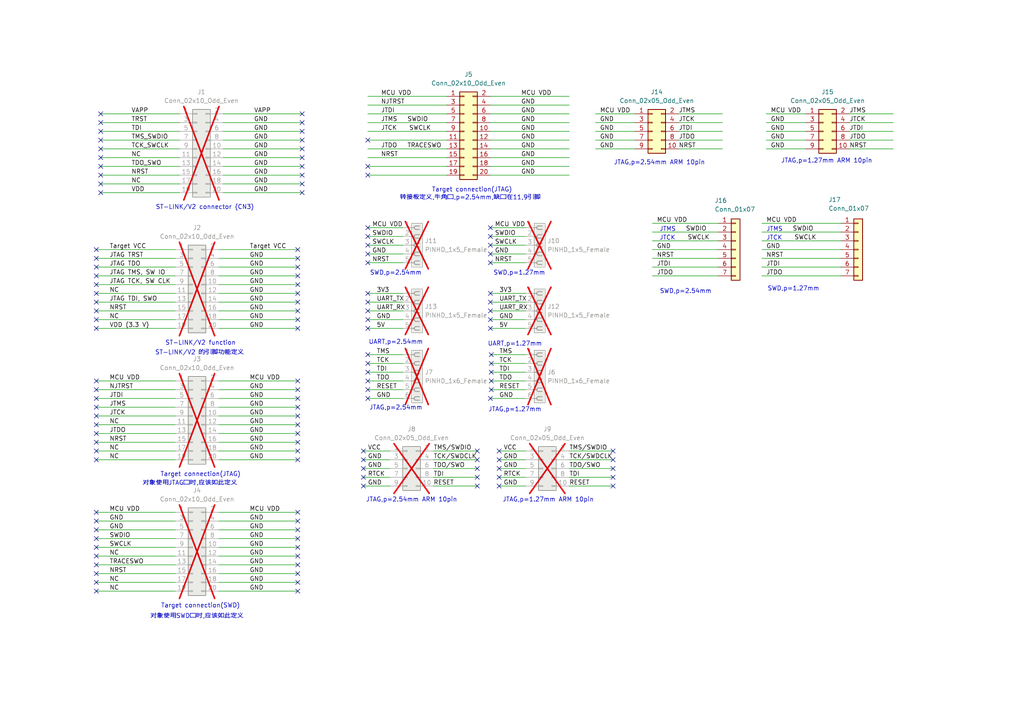
<source format=kicad_sch>
(kicad_sch (version 20250114) (generator "eeschema") (generator_version "9.0")
  (paper "A4")
  (lib_symbols
    (symbol "Connector_Generic:Conn_01x07" (pin_names (offset 1.016) (hide yes))
      (property "Reference" "J" (at 0 10.16 0))
      (property "Value" "Conn_01x07" (at 0 -10.16 0))
      (symbol "Conn_01x07_1_1"
        (rectangle (start -1.27 8.89) (end 1.27 -8.89) (stroke (width 0.254)) (fill (type background)))
        (rectangle (start -1.27 7.747) (end 0 7.493) (stroke (width 0.1524)))
        (rectangle (start -1.27 5.207) (end 0 4.953) (stroke (width 0.1524)))
        (rectangle (start -1.27 2.667) (end 0 2.413) (stroke (width 0.1524)))
        (rectangle (start -1.27 0.127) (end 0 -0.127) (stroke (width 0.1524)))
        (rectangle (start -1.27 -2.413) (end 0 -2.667) (stroke (width 0.1524)))
        (rectangle (start -1.27 -4.953) (end 0 -5.207) (stroke (width 0.1524)))
        (rectangle (start -1.27 -7.493) (end 0 -7.747) (stroke (width 0.1524)))
        (pin passive line (at -5.08 7.62 0) (length 3.81) (name "Pin_1") (number "1"))
        (pin passive line (at -5.08 5.08 0) (length 3.81) (name "Pin_2") (number "2"))
        (pin passive line (at -5.08 2.54 0) (length 3.81) (name "Pin_3") (number "3"))
        (pin passive line (at -5.08 0 0) (length 3.81) (name "Pin_4") (number "4"))
        (pin passive line (at -5.08 -2.54 0) (length 3.81) (name "Pin_5") (number "5"))
        (pin passive line (at -5.08 -5.08 0) (length 3.81) (name "Pin_6") (number "6"))
        (pin passive line (at -5.08 -7.62 0) (length 3.81) (name "Pin_7") (number "7"))
      )
    )
    (symbol "Connector_Generic:Conn_02x05_Odd_Even" (pin_names (offset 1.016) (hide yes))
      (property "Reference" "J" (at 1.27 7.62 0))
      (property "Value" "Conn_02x05_Odd_Even" (at 1.27 -7.62 0))
      (symbol "Conn_02x05_Odd_Even_1_1"
        (rectangle (start -1.27 6.35) (end 3.81 -6.35) (stroke (width 0.254)) (fill (type background)))
        (rectangle (start -1.27 5.207) (end 0 4.953) (stroke (width 0.1524)))
        (rectangle (start -1.27 2.667) (end 0 2.413) (stroke (width 0.1524)))
        (rectangle (start -1.27 0.127) (end 0 -0.127) (stroke (width 0.1524)))
        (rectangle (start -1.27 -2.413) (end 0 -2.667) (stroke (width 0.1524)))
        (rectangle (start -1.27 -4.953) (end 0 -5.207) (stroke (width 0.1524)))
        (rectangle (start 3.81 5.207) (end 2.54 4.953) (stroke (width 0.1524)))
        (rectangle (start 3.81 2.667) (end 2.54 2.413) (stroke (width 0.1524)))
        (rectangle (start 3.81 0.127) (end 2.54 -0.127) (stroke (width 0.1524)))
        (rectangle (start 3.81 -2.413) (end 2.54 -2.667) (stroke (width 0.1524)))
        (rectangle (start 3.81 -4.953) (end 2.54 -5.207) (stroke (width 0.1524)))
        (pin passive line (at -5.08 5.08 0) (length 3.81) (name "Pin_1") (number "1"))
        (pin passive line (at -5.08 2.54 0) (length 3.81) (name "Pin_3") (number "3"))
        (pin passive line (at -5.08 0 0) (length 3.81) (name "Pin_5") (number "5"))
        (pin passive line (at -5.08 -2.54 0) (length 3.81) (name "Pin_7") (number "7"))
        (pin passive line (at -5.08 -5.08 0) (length 3.81) (name "Pin_9") (number "9"))
        (pin passive line (at 7.62 5.08 180) (length 3.81) (name "Pin_2") (number "2"))
        (pin passive line (at 7.62 2.54 180) (length 3.81) (name "Pin_4") (number "4"))
        (pin passive line (at 7.62 0 180) (length 3.81) (name "Pin_6") (number "6"))
        (pin passive line (at 7.62 -2.54 180) (length 3.81) (name "Pin_8") (number "8"))
        (pin passive line (at 7.62 -5.08 180) (length 3.81) (name "Pin_10") (number "10"))
      )
    )
    (symbol "Connector_Generic:Conn_02x10_Odd_Even" (pin_names (offset 1.016) (hide yes))
      (property "Reference" "J" (at 1.27 12.7 0))
      (property "Value" "Conn_02x10_Odd_Even" (at 1.27 -15.24 0))
      (symbol "Conn_02x10_Odd_Even_1_1"
        (rectangle (start -1.27 11.43) (end 3.81 -13.97) (stroke (width 0.254)) (fill (type background)))
        (rectangle (start -1.27 10.287) (end 0 10.033) (stroke (width 0.1524)))
        (rectangle (start -1.27 7.747) (end 0 7.493) (stroke (width 0.1524)))
        (rectangle (start -1.27 5.207) (end 0 4.953) (stroke (width 0.1524)))
        (rectangle (start -1.27 2.667) (end 0 2.413) (stroke (width 0.1524)))
        (rectangle (start -1.27 0.127) (end 0 -0.127) (stroke (width 0.1524)))
        (rectangle (start -1.27 -2.413) (end 0 -2.667) (stroke (width 0.1524)))
        (rectangle (start -1.27 -4.953) (end 0 -5.207) (stroke (width 0.1524)))
        (rectangle (start -1.27 -7.493) (end 0 -7.747) (stroke (width 0.1524)))
        (rectangle (start -1.27 -10.033) (end 0 -10.287) (stroke (width 0.1524)))
        (rectangle (start -1.27 -12.573) (end 0 -12.827) (stroke (width 0.1524)))
        (rectangle (start 3.81 10.287) (end 2.54 10.033) (stroke (width 0.1524)))
        (rectangle (start 3.81 7.747) (end 2.54 7.493) (stroke (width 0.1524)))
        (rectangle (start 3.81 5.207) (end 2.54 4.953) (stroke (width 0.1524)))
        (rectangle (start 3.81 2.667) (end 2.54 2.413) (stroke (width 0.1524)))
        (rectangle (start 3.81 0.127) (end 2.54 -0.127) (stroke (width 0.1524)))
        (rectangle (start 3.81 -2.413) (end 2.54 -2.667) (stroke (width 0.1524)))
        (rectangle (start 3.81 -4.953) (end 2.54 -5.207) (stroke (width 0.1524)))
        (rectangle (start 3.81 -7.493) (end 2.54 -7.747) (stroke (width 0.1524)))
        (rectangle (start 3.81 -10.033) (end 2.54 -10.287) (stroke (width 0.1524)))
        (rectangle (start 3.81 -12.573) (end 2.54 -12.827) (stroke (width 0.1524)))
        (pin passive line (at -5.08 10.16 0) (length 3.81) (name "Pin_1") (number "1"))
        (pin passive line (at -5.08 7.62 0) (length 3.81) (name "Pin_3") (number "3"))
        (pin passive line (at -5.08 5.08 0) (length 3.81) (name "Pin_5") (number "5"))
        (pin passive line (at -5.08 2.54 0) (length 3.81) (name "Pin_7") (number "7"))
        (pin passive line (at -5.08 0 0) (length 3.81) (name "Pin_9") (number "9"))
        (pin passive line (at -5.08 -2.54 0) (length 3.81) (name "Pin_11") (number "11"))
        (pin passive line (at -5.08 -5.08 0) (length 3.81) (name "Pin_13") (number "13"))
        (pin passive line (at -5.08 -7.62 0) (length 3.81) (name "Pin_15") (number "15"))
        (pin passive line (at -5.08 -10.16 0) (length 3.81) (name "Pin_17") (number "17"))
        (pin passive line (at -5.08 -12.7 0) (length 3.81) (name "Pin_19") (number "19"))
        (pin passive line (at 7.62 10.16 180) (length 3.81) (name "Pin_2") (number "2"))
        (pin passive line (at 7.62 7.62 180) (length 3.81) (name "Pin_4") (number "4"))
        (pin passive line (at 7.62 5.08 180) (length 3.81) (name "Pin_6") (number "6"))
        (pin passive line (at 7.62 2.54 180) (length 3.81) (name "Pin_8") (number "8"))
        (pin passive line (at 7.62 0 180) (length 3.81) (name "Pin_10") (number "10"))
        (pin passive line (at 7.62 -2.54 180) (length 3.81) (name "Pin_12") (number "12"))
        (pin passive line (at 7.62 -5.08 180) (length 3.81) (name "Pin_14") (number "14"))
        (pin passive line (at 7.62 -7.62 180) (length 3.81) (name "Pin_16") (number "16"))
        (pin passive line (at 7.62 -10.16 180) (length 3.81) (name "Pin_18") (number "18"))
        (pin passive line (at 7.62 -12.7 180) (length 3.81) (name "Pin_20") (number "20"))
      )
    )
    (symbol "PCM_SL_Pin_Headers:PINHD_1x5_Female"
      (property "Reference" "J" (at 0 11.43 0))
      (property "Value" "PINHD_1x5_Female" (at 0 8.89 0))
      (symbol "PINHD_1x5_Female_0_1"
        (rectangle (start -1.27 6.35) (end 1.905 -6.35) (fill (type background)))
        (polyline (pts (xy -1.27 5.08) (xy -0.508 5.08)) (stroke (width 0.25)))
        (polyline (pts (xy -1.27 2.54) (xy -0.508 2.54)) (stroke (width 0.25)))
        (polyline (pts (xy -1.27 0) (xy -0.508 0)) (stroke (width 0.25)))
        (polyline (pts (xy -1.27 -2.54) (xy -0.508 -2.54)) (stroke (width 0.25)))
        (polyline (pts (xy -1.27 -5.08) (xy -0.508 -5.08)) (stroke (width 0.25)))
        (polyline (pts (xy 0 5.588) (xy 1.016 5.588)) (stroke (width 0.25)))
        (arc (start -0.508 5.08) (mid -0.3592 5.4392) (end 0 5.588) (stroke (width 0.25)))
        (arc (start 0 4.572) (mid -0.3592 4.7208) (end -0.508 5.08) (stroke (width 0.25)))
        (polyline (pts (xy 0 4.572) (xy 1.016 4.572)) (stroke (width 0.25)))
        (polyline (pts (xy 0 3.048) (xy 1.016 3.048)) (stroke (width 0.25)))
        (arc (start -0.508 2.54) (mid -0.3592 2.8992) (end 0 3.048) (stroke (width 0.25)))
        (arc (start 0 2.032) (mid -0.3592 2.1808) (end -0.508 2.54) (stroke (width 0.25)))
        (polyline (pts (xy 0 2.032) (xy 1.016 2.032)) (stroke (width 0.25)))
        (polyline (pts (xy 0 0.508) (xy 1.016 0.508)) (stroke (width 0.25)))
        (arc (start -0.508 0) (mid -0.3592 0.3592) (end 0 0.508) (stroke (width 0.25)))
        (arc (start 0 -0.508) (mid -0.3592 -0.3592) (end -0.508 0) (stroke (width 0.25)))
        (polyline (pts (xy 0 -0.508) (xy 1.016 -0.508)) (stroke (width 0.25)))
        (polyline (pts (xy 0 -2.032) (xy 1.016 -2.032)) (stroke (width 0.25)))
        (arc (start -0.508 -2.54) (mid -0.3592 -2.1808) (end 0 -2.032) (stroke (width 0.25)))
        (arc (start 0 -3.048) (mid -0.3592 -2.8992) (end -0.508 -2.54) (stroke (width 0.25)))
        (polyline (pts (xy 0 -3.048) (xy 1.016 -3.048)) (stroke (width 0.25)))
        (polyline (pts (xy 0 -4.572) (xy 1.016 -4.572)) (stroke (width 0.25)))
        (arc (start -0.508 -5.08) (mid -0.3592 -4.7208) (end 0 -4.572) (stroke (width 0.25)))
        (arc (start 0 -5.588) (mid -0.3592 -5.4392) (end -0.508 -5.08) (stroke (width 0.25)))
        (polyline (pts (xy 0 -5.588) (xy 1.016 -5.588)) (stroke (width 0.25)))
      )
      (symbol "PINHD_1x5_Female_1_1"
        (pin passive line (at -3.81 5.08 0) (length 2.54) (name "") (number "1"))
        (pin passive line (at -3.81 2.54 0) (length 2.54) (name "") (number "2"))
        (pin passive line (at -3.81 0 0) (length 2.54) (name "") (number "3"))
        (pin passive line (at -3.81 -2.54 0) (length 2.54) (name "") (number "4"))
        (pin passive line (at -3.81 -5.08 0) (length 2.54) (name "") (number "5"))
      )
    )
    (symbol "PCM_SL_Pin_Headers:PINHD_1x6_Female"
      (property "Reference" "J" (at 0 12.7 0))
      (property "Value" "PINHD_1x6_Female" (at 0 10.16 0))
      (symbol "PINHD_1x6_Female_0_1"
        (rectangle (start -1.27 7.62) (end 1.905 -7.62) (fill (type background)))
        (polyline (pts (xy -1.27 6.35) (xy -0.508 6.35)) (stroke (width 0.25)))
        (polyline (pts (xy -1.27 3.81) (xy -0.508 3.81)) (stroke (width 0.25)))
        (polyline (pts (xy -1.27 1.27) (xy -0.508 1.27)) (stroke (width 0.25)))
        (polyline (pts (xy -1.27 -1.27) (xy -0.508 -1.27)) (stroke (width 0.25)))
        (polyline (pts (xy -1.27 -3.81) (xy -0.508 -3.81)) (stroke (width 0.25)))
        (polyline (pts (xy -1.27 -6.35) (xy -0.508 -6.35)) (stroke (width 0.25)))
        (polyline (pts (xy 0 6.858) (xy 1.016 6.858)) (stroke (width 0.25)))
        (arc (start -0.508 6.35) (mid -0.3592 6.7092) (end 0 6.858) (stroke (width 0.25)))
        (arc (start 0 5.842) (mid -0.3592 5.9908) (end -0.508 6.35) (stroke (width 0.25)))
        (polyline (pts (xy 0 5.842) (xy 1.016 5.842)) (stroke (width 0.25)))
        (polyline (pts (xy 0 4.318) (xy 1.016 4.318)) (stroke (width 0.25)))
        (arc (start -0.508 3.81) (mid -0.3592 4.1692) (end 0 4.318) (stroke (width 0.25)))
        (arc (start 0 3.302) (mid -0.3592 3.4508) (end -0.508 3.81) (stroke (width 0.25)))
        (polyline (pts (xy 0 3.302) (xy 1.016 3.302)) (stroke (width 0.25)))
        (polyline (pts (xy 0 1.778) (xy 1.016 1.778)) (stroke (width 0.25)))
        (arc (start -0.508 1.27) (mid -0.3592 1.6292) (end 0 1.778) (stroke (width 0.25)))
        (arc (start 0 0.762) (mid -0.3592 0.9108) (end -0.508 1.27) (stroke (width 0.25)))
        (polyline (pts (xy 0 0.762) (xy 1.016 0.762)) (stroke (width 0.25)))
        (polyline (pts (xy 0 -0.762) (xy 1.016 -0.762)) (stroke (width 0.25)))
        (arc (start -0.508 -1.27) (mid -0.3592 -0.9108) (end 0 -0.762) (stroke (width 0.25)))
        (arc (start 0 -1.778) (mid -0.3592 -1.6292) (end -0.508 -1.27) (stroke (width 0.25)))
        (polyline (pts (xy 0 -1.778) (xy 1.016 -1.778)) (stroke (width 0.25)))
        (polyline (pts (xy 0 -3.302) (xy 1.016 -3.302)) (stroke (width 0.25)))
        (arc (start -0.508 -3.81) (mid -0.3592 -3.4508) (end 0 -3.302) (stroke (width 0.25)))
        (arc (start 0 -4.318) (mid -0.3592 -4.1692) (end -0.508 -3.81) (stroke (width 0.25)))
        (polyline (pts (xy 0 -4.318) (xy 1.016 -4.318)) (stroke (width 0.25)))
        (polyline (pts (xy 0 -5.842) (xy 1.016 -5.842)) (stroke (width 0.25)))
        (arc (start -0.508 -6.35) (mid -0.3592 -5.9908) (end 0 -5.842) (stroke (width 0.25)))
        (arc (start 0 -6.858) (mid -0.3592 -6.7092) (end -0.508 -6.35) (stroke (width 0.25)))
        (polyline (pts (xy 0 -6.858) (xy 1.016 -6.858)) (stroke (width 0.25)))
      )
      (symbol "PINHD_1x6_Female_1_1"
        (pin passive line (at -3.81 6.35 0) (length 2.54) (name "") (number "1"))
        (pin passive line (at -3.81 3.81 0) (length 2.54) (name "") (number "2"))
        (pin passive line (at -3.81 1.27 0) (length 2.54) (name "") (number "3"))
        (pin passive line (at -3.81 -1.27 0) (length 2.54) (name "") (number "4"))
        (pin passive line (at -3.81 -3.81 0) (length 2.54) (name "") (number "5"))
        (pin passive line (at -3.81 -6.35 0) (length 2.54) (name "") (number "6"))
      )
    )
  )
  (text "SWD,p=2.54mm" (at 198.882 84.582 0) (effects (font (size 1.27 1.27))))
  (text "UART,p=2.54mm" (at 114.808 99.314 0) (effects (font (size 1.27 1.27))))
  (text "Target connection(JTAG)" (at 58.166 137.668 0) (effects (font (size 1.27 1.27))))
  (text "Target connection(JTAG)" (at 136.906 55.118 0) (effects (font (size 1.27 1.27))))
  (text "JTCK" (at 222.25 69.85 0) (effects (font (size 1.27 1.27)) (justify left bottom)))
  (text "JTAG,p=1.27mm ARM 10pin" (at 159.004 145.034 0) (effects (font (size 1.27 1.27))))
  (text "ST-LINK/V2 function" (at 58.166 99.568 0) (effects (font (size 1.27 1.27))))
  (text "转接板定义,牛角口,p=2.54mm,缺口在11,9引脚" (at 136.398 57.404 0) (effects (font (size 1.27 1.27))))
  (text "SWD,p=2.54mm" (at 114.808 79.248 0) (effects (font (size 1.27 1.27))))
  (text "JTAG,p=2.54mm ARM 10pin" (at 119.38 145.034 0) (effects (font (size 1.27 1.27))))
  (text "UART,p=1.27mm" (at 149.352 99.822 0) (effects (font (size 1.27 1.27))))
  (text "JTAG,p=2.54mm" (at 114.808 118.364 0) (effects (font (size 1.27 1.27))))
  (text "JTMS" (at 191.262 67.31 0) (effects (font (size 1.27 1.27)) (justify left bottom)))
  (text "JTAG,p=1.27mm ARM 10pin" (at 239.776 46.736 0) (effects (font (size 1.27 1.27))))
  (text "JTAG,p=1.27mm" (at 149.352 118.872 0) (effects (font (size 1.27 1.27))))
  (text "Target connection(SWD)" (at 58.166 175.768 0) (effects (font (size 1.27 1.27))))
  (text "对象使用JTAG口时,应该如此定义\n" (at 55.118 140.208 0) (effects (font (size 1.27 1.27))))
  (text "SWD,p=1.27mm" (at 150.622 79.248 0) (effects (font (size 1.27 1.27))))
  (text "JTCK" (at 191.262 69.85 0) (effects (font (size 1.27 1.27)) (justify left bottom)))
  (text "ST-LINK/V2 的引脚功能定义\n" (at 57.912 102.362 0) (effects (font (size 1.27 1.27))))
  (text "JTMS" (at 222.25 67.31 0) (effects (font (size 1.27 1.27)) (justify left bottom)))
  (text "JTAG,p=2.54mm ARM 10pin" (at 191.262 47.244 0) (effects (font (size 1.27 1.27))))
  (text "ST-LINK/V2 connector (CN3)" (at 59.436 60.198 0) (effects (font (size 1.27 1.27))))
  (text "SWD,p=1.27mm" (at 230.124 83.82 0) (effects (font (size 1.27 1.27))))
  (text "对象使用SWD口时,应该如此定义\n" (at 57.15 178.816 0) (effects (font (size 1.27 1.27))))
  (no_connect (at 29.21 53.34))
  (no_connect (at 27.94 115.57))
  (no_connect (at 27.94 130.81))
  (no_connect (at 87.63 48.26))
  (no_connect (at 29.21 43.18))
  (no_connect (at 86.36 113.03))
  (no_connect (at 142.24 95.25))
  (no_connect (at 86.36 82.55))
  (no_connect (at 144.78 130.81))
  (no_connect (at 106.68 105.41))
  (no_connect (at 29.21 55.88))
  (no_connect (at 86.36 72.39))
  (no_connect (at 142.24 115.57))
  (no_connect (at 27.94 163.83))
  (no_connect (at 86.36 118.11))
  (no_connect (at 142.24 92.71))
  (no_connect (at 29.21 48.26))
  (no_connect (at 106.68 90.17))
  (no_connect (at 86.36 161.29))
  (no_connect (at 86.36 77.47))
  (no_connect (at 27.94 171.45))
  (no_connect (at 27.94 118.11))
  (no_connect (at 87.63 50.8))
  (no_connect (at 138.43 138.43))
  (no_connect (at 86.36 74.93))
  (no_connect (at 86.36 151.13))
  (no_connect (at 27.94 166.37))
  (no_connect (at 105.41 140.97))
  (no_connect (at 144.78 133.35))
  (no_connect (at 86.36 87.63))
  (no_connect (at 86.36 166.37))
  (no_connect (at 106.68 102.87))
  (no_connect (at 29.21 35.56))
  (no_connect (at 86.36 130.81))
  (no_connect (at 87.63 53.34))
  (no_connect (at 27.94 82.55))
  (no_connect (at 27.94 125.73))
  (no_connect (at 144.78 135.89))
  (no_connect (at 144.78 140.97))
  (no_connect (at 86.36 92.71))
  (no_connect (at 105.41 130.81))
  (no_connect (at 106.68 95.25))
  (no_connect (at 142.24 90.17))
  (no_connect (at 142.24 87.63))
  (no_connect (at 87.63 38.1))
  (no_connect (at 86.36 148.59))
  (no_connect (at 105.41 135.89))
  (no_connect (at 106.68 71.12))
  (no_connect (at 142.24 85.09))
  (no_connect (at 177.8 133.35))
  (no_connect (at 142.494 107.95))
  (no_connect (at 106.68 92.71))
  (no_connect (at 142.494 110.49))
  (no_connect (at 106.68 110.49))
  (no_connect (at 27.94 120.65))
  (no_connect (at 106.68 76.2))
  (no_connect (at 86.36 125.73))
  (no_connect (at 138.43 135.89))
  (no_connect (at 29.21 45.72))
  (no_connect (at 105.41 138.43))
  (no_connect (at 142.494 113.03))
  (no_connect (at 27.94 95.25))
  (no_connect (at 27.94 151.13))
  (no_connect (at 142.24 66.04))
  (no_connect (at 86.36 110.49))
  (no_connect (at 86.36 123.19))
  (no_connect (at 86.36 156.21))
  (no_connect (at 87.63 35.56))
  (no_connect (at 86.36 85.09))
  (no_connect (at 27.94 133.35))
  (no_connect (at 27.94 77.47))
  (no_connect (at 142.24 73.66))
  (no_connect (at 177.8 130.81))
  (no_connect (at 177.8 135.89))
  (no_connect (at 106.68 113.03))
  (no_connect (at 106.68 107.95))
  (no_connect (at 138.43 133.35))
  (no_connect (at 27.94 72.39))
  (no_connect (at 105.41 133.35))
  (no_connect (at 29.21 33.02))
  (no_connect (at 27.94 148.59))
  (no_connect (at 142.494 105.41))
  (no_connect (at 86.36 120.65))
  (no_connect (at 27.94 74.93))
  (no_connect (at 86.36 171.45))
  (no_connect (at 106.68 50.8))
  (no_connect (at 87.63 43.18))
  (no_connect (at 142.24 76.2))
  (no_connect (at 27.94 123.19))
  (no_connect (at 106.68 40.64))
  (no_connect (at 86.36 168.91))
  (no_connect (at 142.24 68.58))
  (no_connect (at 106.68 68.58))
  (no_connect (at 86.36 163.83))
  (no_connect (at 27.94 158.75))
  (no_connect (at 29.21 40.64))
  (no_connect (at 27.94 113.03))
  (no_connect (at 142.24 71.12))
  (no_connect (at 138.43 130.81))
  (no_connect (at 27.94 153.67))
  (no_connect (at 27.94 110.49))
  (no_connect (at 27.94 87.63))
  (no_connect (at 138.43 140.97))
  (no_connect (at 86.36 128.27))
  (no_connect (at 106.68 115.57))
  (no_connect (at 177.8 138.43))
  (no_connect (at 106.68 73.66))
  (no_connect (at 27.94 92.71))
  (no_connect (at 87.63 45.72))
  (no_connect (at 87.63 40.64))
  (no_connect (at 87.63 55.88))
  (no_connect (at 27.94 90.17))
  (no_connect (at 177.8 140.97))
  (no_connect (at 106.68 87.63))
  (no_connect (at 27.94 80.01))
  (no_connect (at 106.68 66.04))
  (no_connect (at 86.36 115.57))
  (no_connect (at 86.36 158.75))
  (no_connect (at 27.94 168.91))
  (no_connect (at 86.36 80.01))
  (no_connect (at 87.63 33.02))
  (no_connect (at 27.94 85.09))
  (no_connect (at 86.36 95.25))
  (no_connect (at 142.494 102.87))
  (no_connect (at 86.36 90.17))
  (no_connect (at 27.94 156.21))
  (no_connect (at 29.21 50.8))
  (no_connect (at 144.78 138.43))
  (no_connect (at 27.94 128.27))
  (no_connect (at 86.36 133.35))
  (no_connect (at 86.36 153.67))
  (no_connect (at 106.68 48.26))
  (no_connect (at 29.21 38.1))
  (no_connect (at 27.94 161.29))
  (no_connect (at 106.68 85.09))
  (wire (pts (xy 189.23 72.39) (xy 208.28 72.39)))
  (wire (pts (xy 106.68 107.95) (xy 116.84 107.95)))
  (wire (pts (xy 246.38 43.18) (xy 259.08 43.18)))
  (wire (pts (xy 144.78 138.43) (xy 152.4 138.43)))
  (wire (pts (xy 246.38 33.02) (xy 259.08 33.02)))
  (wire (pts (xy 142.24 95.25) (xy 152.4 95.25)))
  (wire (pts (xy 105.41 130.81) (xy 113.03 130.81)))
  (wire (pts (xy 189.23 74.93) (xy 208.28 74.93)))
  (wire (pts (xy 142.24 66.04) (xy 152.4 66.04)))
  (wire (pts (xy 64.77 35.56) (xy 87.63 35.56)))
  (wire (pts (xy 189.23 80.01) (xy 208.28 80.01)))
  (wire (pts (xy 105.41 140.97) (xy 113.03 140.97)))
  (wire (pts (xy 196.85 40.64) (xy 209.55 40.64)))
  (wire (pts (xy 106.68 40.64) (xy 129.54 40.64)))
  (wire (pts (xy 106.68 87.63) (xy 116.84 87.63)))
  (wire (pts (xy 63.5 161.29) (xy 86.36 161.29)))
  (wire (pts (xy 165.1 130.81) (xy 177.8 130.81)))
  (wire (pts (xy 27.94 77.47) (xy 50.8 77.47)))
  (wire (pts (xy 63.5 77.47) (xy 86.36 77.47)))
  (wire (pts (xy 196.85 35.56) (xy 209.55 35.56)))
  (wire (pts (xy 27.94 72.39) (xy 50.8 72.39)))
  (wire (pts (xy 142.24 76.2) (xy 152.4 76.2)))
  (wire (pts (xy 63.5 120.65) (xy 86.36 120.65)))
  (wire (pts (xy 142.24 115.57) (xy 152.4 115.57)))
  (wire (pts (xy 172.72 40.64) (xy 184.15 40.64)))
  (wire (pts (xy 144.78 135.89) (xy 152.4 135.89)))
  (wire (pts (xy 27.94 82.55) (xy 50.8 82.55)))
  (wire (pts (xy 196.85 43.18) (xy 209.55 43.18)))
  (wire (pts (xy 106.68 68.58) (xy 116.84 68.58)))
  (wire (pts (xy 64.77 50.8) (xy 87.63 50.8)))
  (wire (pts (xy 142.24 38.1) (xy 165.1 38.1)))
  (wire (pts (xy 105.41 135.89) (xy 113.03 135.89)))
  (wire (pts (xy 63.5 80.01) (xy 86.36 80.01)))
  (wire (pts (xy 63.5 151.13) (xy 86.36 151.13)))
  (wire (pts (xy 63.5 156.21) (xy 86.36 156.21)))
  (wire (pts (xy 222.25 35.56) (xy 233.68 35.56)))
  (wire (pts (xy 27.94 158.75) (xy 50.8 158.75)))
  (wire (pts (xy 142.24 113.03) (xy 152.4 113.03)))
  (wire (pts (xy 27.94 113.03) (xy 50.8 113.03)))
  (wire (pts (xy 142.24 27.94) (xy 165.1 27.94)))
  (wire (pts (xy 220.98 80.01) (xy 243.84 80.01)))
  (wire (pts (xy 142.24 43.18) (xy 165.1 43.18)))
  (wire (pts (xy 106.68 95.25) (xy 116.84 95.25)))
  (wire (pts (xy 144.78 140.97) (xy 152.4 140.97)))
  (wire (pts (xy 64.77 40.64) (xy 87.63 40.64)))
  (wire (pts (xy 142.24 45.72) (xy 165.1 45.72)))
  (wire (pts (xy 63.5 82.55) (xy 86.36 82.55)))
  (wire (pts (xy 27.94 163.83) (xy 50.8 163.83)))
  (wire (pts (xy 64.77 43.18) (xy 87.63 43.18)))
  (wire (pts (xy 125.73 133.35) (xy 138.43 133.35)))
  (wire (pts (xy 63.5 113.03) (xy 86.36 113.03)))
  (wire (pts (xy 165.1 138.43) (xy 177.8 138.43)))
  (wire (pts (xy 64.77 53.34) (xy 87.63 53.34)))
  (wire (pts (xy 29.21 55.88) (xy 52.07 55.88)))
  (wire (pts (xy 106.68 33.02) (xy 129.54 33.02)))
  (wire (pts (xy 63.5 133.35) (xy 86.36 133.35)))
  (wire (pts (xy 105.41 133.35) (xy 113.03 133.35)))
  (wire (pts (xy 172.72 33.02) (xy 184.15 33.02)))
  (wire (pts (xy 106.68 92.71) (xy 116.84 92.71)))
  (wire (pts (xy 142.24 73.66) (xy 152.4 73.66)))
  (wire (pts (xy 220.98 77.47) (xy 243.84 77.47)))
  (wire (pts (xy 222.25 43.18) (xy 233.68 43.18)))
  (wire (pts (xy 63.5 118.11) (xy 86.36 118.11)))
  (wire (pts (xy 142.24 110.49) (xy 152.4 110.49)))
  (wire (pts (xy 106.68 113.03) (xy 116.84 113.03)))
  (wire (pts (xy 172.72 38.1) (xy 184.15 38.1)))
  (wire (pts (xy 165.1 140.97) (xy 177.8 140.97)))
  (wire (pts (xy 27.94 110.49) (xy 50.8 110.49)))
  (wire (pts (xy 220.98 69.85) (xy 243.84 69.85)))
  (wire (pts (xy 125.73 140.97) (xy 138.43 140.97)))
  (wire (pts (xy 29.21 50.8) (xy 52.07 50.8)))
  (wire (pts (xy 144.78 130.81) (xy 152.4 130.81)))
  (wire (pts (xy 142.24 48.26) (xy 165.1 48.26)))
  (wire (pts (xy 64.77 38.1) (xy 87.63 38.1)))
  (wire (pts (xy 125.73 138.43) (xy 138.43 138.43)))
  (wire (pts (xy 106.68 27.94) (xy 129.54 27.94)))
  (wire (pts (xy 106.68 48.26) (xy 129.54 48.26)))
  (wire (pts (xy 189.23 64.77) (xy 208.28 64.77)))
  (wire (pts (xy 63.5 168.91) (xy 86.36 168.91)))
  (wire (pts (xy 63.5 128.27) (xy 86.36 128.27)))
  (wire (pts (xy 220.98 67.31) (xy 243.84 67.31)))
  (wire (pts (xy 106.68 45.72) (xy 129.54 45.72)))
  (wire (pts (xy 220.98 72.39) (xy 243.84 72.39)))
  (wire (pts (xy 27.94 87.63) (xy 50.8 87.63)))
  (wire (pts (xy 106.68 43.18) (xy 129.54 43.18)))
  (wire (pts (xy 106.68 73.66) (xy 116.84 73.66)))
  (wire (pts (xy 125.73 135.89) (xy 138.43 135.89)))
  (wire (pts (xy 27.94 90.17) (xy 50.8 90.17)))
  (wire (pts (xy 246.38 40.64) (xy 259.08 40.64)))
  (wire (pts (xy 27.94 92.71) (xy 50.8 92.71)))
  (wire (pts (xy 246.38 38.1) (xy 259.08 38.1)))
  (wire (pts (xy 125.73 130.81) (xy 138.43 130.81)))
  (wire (pts (xy 222.25 33.02) (xy 233.68 33.02)))
  (wire (pts (xy 27.94 153.67) (xy 50.8 153.67)))
  (wire (pts (xy 106.68 115.57) (xy 116.84 115.57)))
  (wire (pts (xy 29.21 40.64) (xy 52.07 40.64)))
  (wire (pts (xy 63.5 171.45) (xy 86.36 171.45)))
  (wire (pts (xy 27.94 151.13) (xy 50.8 151.13)))
  (wire (pts (xy 63.5 90.17) (xy 86.36 90.17)))
  (wire (pts (xy 63.5 74.93) (xy 86.36 74.93)))
  (wire (pts (xy 29.21 48.26) (xy 52.07 48.26)))
  (wire (pts (xy 142.24 85.09) (xy 152.4 85.09)))
  (wire (pts (xy 106.68 71.12) (xy 116.84 71.12)))
  (wire (pts (xy 106.68 105.41) (xy 116.84 105.41)))
  (wire (pts (xy 106.68 102.87) (xy 116.84 102.87)))
  (wire (pts (xy 63.5 158.75) (xy 86.36 158.75)))
  (wire (pts (xy 142.24 40.64) (xy 165.1 40.64)))
  (wire (pts (xy 142.24 68.58) (xy 152.4 68.58)))
  (wire (pts (xy 27.94 123.19) (xy 50.8 123.19)))
  (wire (pts (xy 29.21 35.56) (xy 52.07 35.56)))
  (wire (pts (xy 189.23 69.85) (xy 208.28 69.85)))
  (wire (pts (xy 189.23 77.47) (xy 208.28 77.47)))
  (wire (pts (xy 142.24 107.95) (xy 152.4 107.95)))
  (wire (pts (xy 142.24 50.8) (xy 165.1 50.8)))
  (wire (pts (xy 27.94 171.45) (xy 50.8 171.45)))
  (wire (pts (xy 29.21 43.18) (xy 52.07 43.18)))
  (wire (pts (xy 222.25 38.1) (xy 233.68 38.1)))
  (wire (pts (xy 27.94 125.73) (xy 50.8 125.73)))
  (wire (pts (xy 142.24 92.71) (xy 152.4 92.71)))
  (wire (pts (xy 63.5 87.63) (xy 86.36 87.63)))
  (wire (pts (xy 142.24 30.48) (xy 165.1 30.48)))
  (wire (pts (xy 196.85 38.1) (xy 209.55 38.1)))
  (wire (pts (xy 172.72 43.18) (xy 184.15 43.18)))
  (wire (pts (xy 106.68 76.2) (xy 116.84 76.2)))
  (wire (pts (xy 64.77 33.02) (xy 87.63 33.02)))
  (wire (pts (xy 63.5 163.83) (xy 86.36 163.83)))
  (wire (pts (xy 63.5 166.37) (xy 86.36 166.37)))
  (wire (pts (xy 106.68 66.04) (xy 116.84 66.04)))
  (wire (pts (xy 27.94 168.91) (xy 50.8 168.91)))
  (wire (pts (xy 144.78 133.35) (xy 152.4 133.35)))
  (wire (pts (xy 220.98 64.77) (xy 243.84 64.77)))
  (wire (pts (xy 106.68 90.17) (xy 116.84 90.17)))
  (wire (pts (xy 64.77 45.72) (xy 87.63 45.72)))
  (wire (pts (xy 220.98 74.93) (xy 243.84 74.93)))
  (wire (pts (xy 27.94 120.65) (xy 50.8 120.65)))
  (wire (pts (xy 63.5 85.09) (xy 86.36 85.09)))
  (wire (pts (xy 142.24 90.17) (xy 152.4 90.17)))
  (wire (pts (xy 63.5 130.81) (xy 86.36 130.81)))
  (wire (pts (xy 106.68 110.49) (xy 116.84 110.49)))
  (wire (pts (xy 106.68 50.8) (xy 129.54 50.8)))
  (wire (pts (xy 189.23 67.31) (xy 208.28 67.31)))
  (wire (pts (xy 106.68 38.1) (xy 129.54 38.1)))
  (wire (pts (xy 64.77 48.26) (xy 87.63 48.26)))
  (wire (pts (xy 165.1 133.35) (xy 177.8 133.35)))
  (wire (pts (xy 63.5 95.25) (xy 86.36 95.25)))
  (wire (pts (xy 27.94 166.37) (xy 50.8 166.37)))
  (wire (pts (xy 196.85 33.02) (xy 209.55 33.02)))
  (wire (pts (xy 27.94 74.93) (xy 50.8 74.93)))
  (wire (pts (xy 172.72 35.56) (xy 184.15 35.56)))
  (wire (pts (xy 63.5 123.19) (xy 86.36 123.19)))
  (wire (pts (xy 27.94 85.09) (xy 50.8 85.09)))
  (wire (pts (xy 63.5 110.49) (xy 86.36 110.49)))
  (wire (pts (xy 27.94 148.59) (xy 50.8 148.59)))
  (wire (pts (xy 27.94 95.25) (xy 50.8 95.25)))
  (wire (pts (xy 142.24 102.87) (xy 152.4 102.87)))
  (wire (pts (xy 142.24 87.63) (xy 152.4 87.63)))
  (wire (pts (xy 63.5 148.59) (xy 86.36 148.59)))
  (wire (pts (xy 63.5 153.67) (xy 86.36 153.67)))
  (wire (pts (xy 27.94 118.11) (xy 50.8 118.11)))
  (wire (pts (xy 64.77 55.88) (xy 87.63 55.88)))
  (wire (pts (xy 106.68 35.56) (xy 129.54 35.56)))
  (wire (pts (xy 165.1 135.89) (xy 177.8 135.89)))
  (wire (pts (xy 29.21 33.02) (xy 52.07 33.02)))
  (wire (pts (xy 246.38 35.56) (xy 259.08 35.56)))
  (wire (pts (xy 29.21 53.34) (xy 52.07 53.34)))
  (wire (pts (xy 142.24 35.56) (xy 165.1 35.56)))
  (wire (pts (xy 27.94 130.81) (xy 50.8 130.81)))
  (wire (pts (xy 222.25 40.64) (xy 233.68 40.64)))
  (wire (pts (xy 106.68 30.48) (xy 129.54 30.48)))
  (wire (pts (xy 63.5 115.57) (xy 86.36 115.57)))
  (wire (pts (xy 27.94 156.21) (xy 50.8 156.21)))
  (wire (pts (xy 142.24 71.12) (xy 152.4 71.12)))
  (wire (pts (xy 27.94 115.57) (xy 50.8 115.57)))
  (wire (pts (xy 63.5 92.71) (xy 86.36 92.71)))
  (wire (pts (xy 27.94 128.27) (xy 50.8 128.27)))
  (wire (pts (xy 105.41 138.43) (xy 113.03 138.43)))
  (wire (pts (xy 27.94 80.01) (xy 50.8 80.01)))
  (wire (pts (xy 63.5 125.73) (xy 86.36 125.73)))
  (wire (pts (xy 63.5 72.39) (xy 86.36 72.39)))
  (wire (pts (xy 106.68 85.09) (xy 116.84 85.09)))
  (wire (pts (xy 142.24 105.41) (xy 152.4 105.41)))
  (wire (pts (xy 142.24 33.02) (xy 165.1 33.02)))
  (wire (pts (xy 27.94 133.35) (xy 50.8 133.35)))
  (wire (pts (xy 29.21 38.1) (xy 52.07 38.1)))
  (wire (pts (xy 29.21 45.72) (xy 52.07 45.72)))
  (wire (pts (xy 27.94 161.29) (xy 50.8 161.29)))
  (label "GND" (at 72.39 113.03 0))
  (label "MCU VDD" (at 31.75 110.49 0))
  (label "UART_RX" (at 144.78 90.17 0))
  (label "TDO_SWO" (at 38.1 48.26 0))
  (label "JTDI" (at 246.38 38.1 0))
  (label "TCK" (at 109.22 105.41 0))
  (label "NC" (at 31.75 85.09 0))
  (label "TCK" (at 144.78 105.41 0))
  (label "MCU VDD" (at 151.13 27.94 0))
  (label "GND" (at 72.39 171.45 0))
  (label "JTDO" (at 196.85 40.64 0))
  (label "NJTRST" (at 31.75 113.03 0))
  (label "TCK_SWCLK" (at 38.1 43.18 0))
  (label "NC" (at 31.75 171.45 0))
  (label "TMS{slash}SWDIO" (at 125.73 130.81 0))
  (label "NRST" (at 107.95 76.2 0))
  (label "JTAG TDO" (at 31.75 77.47 0))
  (label "SWDIO" (at 31.75 156.21 0))
  (label "NRST" (at 110.49 45.72 0))
  (label "RESET" (at 125.73 140.97 0))
  (label "GND" (at 173.99 43.18 0))
  (label "MCU VDD" (at 173.99 33.02 0))
  (label "NRST" (at 143.51 76.2 0))
  (label "JTDI" (at 222.25 77.47 0))
  (label "SWCLK" (at 31.75 158.75 0))
  (label "SWCLK" (at 118.618 38.1 0))
  (label "VAPP" (at 38.1 33.02 0))
  (label "NC" (at 38.1 45.72 0))
  (label "GND" (at 106.68 135.89 0))
  (label "TDI" (at 125.73 138.43 0))
  (label "3V3" (at 144.78 85.09 0))
  (label "GND" (at 72.39 90.17 0))
  (label "GND" (at 151.13 35.56 0))
  (label "RESET" (at 165.1 140.97 0))
  (label "TCK{slash}SWDCLK" (at 125.73 133.35 0))
  (label "GND" (at 223.52 43.18 0))
  (label "JTDO" (at 222.25 80.01 0))
  (label "JTAG TDI, SWO" (at 31.75 87.63 0))
  (label "NRST" (at 196.85 43.18 0))
  (label "5V" (at 109.22 95.25 0))
  (label "NC" (at 31.75 133.35 0))
  (label "GND" (at 151.13 30.48 0))
  (label "NRST" (at 222.25 74.93 0))
  (label "GND" (at 173.99 40.64 0))
  (label "TDI" (at 109.22 107.95 0))
  (label "GND" (at 109.22 115.57 0))
  (label "TCK{slash}SWDCLK" (at 165.1 133.35 0))
  (label "SWDIO" (at 198.882 67.31 0))
  (label "GND" (at 151.13 33.02 0))
  (label "SWDIO" (at 229.87 67.31 0))
  (label "GND" (at 72.39 130.81 0))
  (label "GND" (at 72.39 95.25 0))
  (label "GND" (at 72.39 168.91 0))
  (label "GND" (at 72.39 115.57 0))
  (label "JTDI" (at 110.49 33.02 0))
  (label "GND" (at 73.66 43.18 0))
  (label "GND" (at 73.66 50.8 0))
  (label "GND" (at 31.75 153.67 0))
  (label "JTDI" (at 196.85 38.1 0))
  (label "Target VCC" (at 31.75 72.39 0))
  (label "GND" (at 72.39 125.73 0))
  (label "JTAG TMS, SW IO" (at 31.75 80.01 0))
  (label "SWCLK" (at 230.378 69.85 0))
  (label "NC" (at 31.75 92.71 0))
  (label "JTCK" (at 196.85 35.56 0))
  (label "JTDO" (at 31.75 125.73 0))
  (label "GND" (at 73.66 55.88 0))
  (label "RTCK" (at 106.68 138.43 0))
  (label "JTCK" (at 110.49 38.1 0))
  (label "TDO" (at 109.22 110.49 0))
  (label "GND" (at 190.5 72.39 0))
  (label "GND" (at 73.66 40.64 0))
  (label "JTDI" (at 31.75 115.57 0))
  (label "GND" (at 72.39 74.93 0))
  (label "NC" (at 38.1 53.34 0))
  (label "GND" (at 72.39 158.75 0))
  (label "GND" (at 151.13 38.1 0))
  (label "GND" (at 146.05 140.97 0))
  (label "GND" (at 151.13 45.72 0))
  (label "TDO{slash}SWO" (at 165.1 135.89 0))
  (label "TDO{slash}SWO" (at 125.73 135.89 0))
  (label "SWCLK" (at 107.95 71.12 0))
  (label "JTDO" (at 110.49 43.18 0))
  (label "MCU VDD" (at 72.39 148.59 0))
  (label "GND" (at 72.39 118.11 0))
  (label "MCU VDD" (at 223.52 33.02 0))
  (label "MCU VDD" (at 143.51 66.04 0))
  (label "JTMS" (at 31.75 118.11 0))
  (label "JTMS" (at 196.85 33.02 0))
  (label "SWDIO" (at 143.51 68.58 0))
  (label "GND" (at 223.52 40.64 0))
  (label "VCC" (at 146.05 130.81 0))
  (label "GND" (at 73.66 53.34 0))
  (label "JTDO" (at 246.38 40.64 0))
  (label "SWDIO" (at 107.95 68.58 0))
  (label "GND" (at 72.39 92.71 0))
  (label "NRST" (at 246.38 43.18 0))
  (label "SWCLK" (at 199.39 69.85 0))
  (label "Target VCC" (at 72.39 72.39 0))
  (label "RTCK" (at 146.05 138.43 0))
  (label "GND" (at 72.39 156.21 0))
  (label "TDI" (at 38.1 38.1 0))
  (label "NRST" (at 190.5 74.93 0))
  (label "GND" (at 146.05 135.89 0))
  (label "VDD" (at 38.1 55.88 0))
  (label "GND" (at 72.39 80.01 0))
  (label "JTCK" (at 246.38 35.56 0))
  (label "MCU VDD" (at 107.95 66.04 0))
  (label "GND" (at 173.99 38.1 0))
  (label "JTMS" (at 110.49 35.56 0))
  (label "JTCK" (at 31.75 120.65 0))
  (label "GND" (at 72.39 128.27 0))
  (label "TMS_SWDIO" (at 38.1 40.64 0))
  (label "NRST" (at 31.75 128.27 0))
  (label "NC" (at 31.75 130.81 0))
  (label "JTAG TCK, SW CLK" (at 31.75 82.55 0))
  (label "MCU VDD" (at 110.49 27.94 0))
  (label "GND" (at 72.39 82.55 0))
  (label "GND" (at 144.78 92.71 0))
  (label "RESET" (at 144.78 113.03 0))
  (label "GND" (at 72.39 163.83 0))
  (label "GND" (at 143.51 73.66 0))
  (label "GND" (at 73.66 38.1 0))
  (label "MCU VDD" (at 222.25 64.77 0))
  (label "TRACESWO" (at 118.11 43.18 0))
  (label "NJTRST" (at 110.49 30.48 0))
  (label "NRST" (at 38.1 50.8 0))
  (label "3V3" (at 109.22 85.09 0))
  (label "GND" (at 73.66 45.72 0))
  (label "VAPP" (at 73.66 33.02 0))
  (label "GND" (at 223.52 38.1 0))
  (label "GND" (at 222.25 72.39 0))
  (label "VCC" (at 106.68 130.81 0))
  (label "GND" (at 146.05 133.35 0))
  (label "GND" (at 151.13 50.8 0))
  (label "GND" (at 106.68 140.97 0))
  (label "GND" (at 72.39 166.37 0))
  (label "GND" (at 73.66 48.26 0))
  (label "UART_RX" (at 109.22 90.17 0))
  (label "VDD (3.3 V)" (at 31.75 95.25 0))
  (label "TDO" (at 144.78 110.49 0))
  (label "TMS" (at 109.22 102.87 0))
  (label "GND" (at 173.99 35.56 0))
  (label "JTMS" (at 246.38 33.02 0))
  (label "JTAG TRST" (at 31.75 74.93 0))
  (label "5V" (at 144.78 95.25 0))
  (label "GND" (at 73.66 35.56 0))
  (label "MCU VDD" (at 190.5 64.77 0))
  (label "GND" (at 72.39 151.13 0))
  (label "GND" (at 31.75 151.13 0))
  (label "GND" (at 72.39 77.47 0))
  (label "TRST" (at 38.1 35.56 0))
  (label "GND" (at 72.39 153.67 0))
  (label "GND" (at 72.39 123.19 0))
  (label "NC" (at 31.75 168.91 0))
  (label "NRST" (at 31.75 166.37 0))
  (label "TMS" (at 144.78 102.87 0))
  (label "TDI" (at 144.78 107.95 0))
  (label "GND" (at 151.13 43.18 0))
  (label "GND" (at 151.13 48.26 0))
  (label "TRACESWO" (at 31.75 163.83 0))
  (label "GND" (at 72.39 85.09 0))
  (label "MCU VDD" (at 31.75 148.59 0))
  (label "JTDI" (at 190.5 77.47 0))
  (label "GND" (at 144.78 115.57 0))
  (label "GND" (at 107.95 73.66 0))
  (label "UART_TX" (at 109.22 87.63 0))
  (label "GND" (at 72.39 120.65 0))
  (label "GND" (at 106.68 133.35 0))
  (label "NC" (at 31.75 123.19 0))
  (label "GND" (at 223.52 35.56 0))
  (label "JTDO" (at 190.5 80.01 0))
  (label "NC" (at 31.75 161.29 0))
  (label "GND" (at 151.13 40.64 0))
  (label "TDI" (at 165.1 138.43 0))
  (label "SWCLK" (at 143.51 71.12 0))
  (label "GND" (at 109.22 92.71 0))
  (label "UART_TX" (at 144.78 87.63 0))
  (label "GND" (at 72.39 161.29 0))
  (label "MCU VDD" (at 72.39 110.49 0))
  (label "GND" (at 72.39 133.35 0))
  (label "GND" (at 72.39 87.63 0))
  (label "TMS{slash}SWDIO" (at 165.1 130.81 0))
  (label "RESET" (at 109.22 113.03 0))
  (label "NRST" (at 31.75 90.17 0))
  (label "SWDIO" (at 118.11 35.56 0))
  (symbol (lib_id "Connector_Generic:Conn_02x10_Odd_Even") (at 55.88 82.55 0) (unit 1) (on_board no) (dnp yes)
    (property "Reference" "J2" (at 57.15 66.04 0))
    (property "Value" "Conn_02x10_Odd_Even" (at 57.15 68.58 0))
    (property "Description" "Generic connector, double row, 02x10, odd/even pin numbering scheme (row 1 odd numbers, row 2 even numbers), script generated (kicad-library-utils/schlib/autogen/connector/)" (effects (hide yes)))
  )
  (symbol (lib_id "Connector_Generic:Conn_02x10_Odd_Even") (at 55.88 158.75 0) (unit 1) (on_board no) (dnp yes)
    (property "Reference" "J4" (at 57.15 142.24 0))
    (property "Value" "Conn_02x10_Odd_Even" (at 57.15 144.78 0))
    (property "Description" "Generic connector, double row, 02x10, odd/even pin numbering scheme (row 1 odd numbers, row 2 even numbers), script generated (kicad-library-utils/schlib/autogen/connector/)" (effects (hide yes)))
  )
  (symbol (lib_id "PCM_SL_Pin_Headers:PINHD_1x6_Female") (at 156.21 109.22 0) (unit 1) (on_board no) (dnp yes)
    (property "Reference" "J6" (at 158.75 107.9499 0) (effects (justify left)))
    (property "Value" "PINHD_1x6_Female" (at 158.75 110.4899 0) (effects (justify left)))
    (property "Footprint" "Connector_PinSocket_2.54mm:PinSocket_1x06_P2.54mm_Vertical" (effects (hide yes)))
    (property "Description" "Pin Header female with pin space 2.54mm. Pin Count -6" (effects (hide yes)))
  )
  (symbol (lib_id "Connector_Generic:Conn_02x10_Odd_Even") (at 55.88 120.65 0) (unit 1) (on_board no) (dnp yes)
    (property "Reference" "J3" (at 57.15 104.14 0))
    (property "Value" "Conn_02x10_Odd_Even" (at 57.15 106.68 0))
    (property "Description" "Generic connector, double row, 02x10, odd/even pin numbering scheme (row 1 odd numbers, row 2 even numbers), script generated (kicad-library-utils/schlib/autogen/connector/)" (effects (hide yes)))
  )
  (symbol (lib_id "Connector_Generic:Conn_02x10_Odd_Even") (at 57.15 43.18 0) (unit 1) (on_board no) (dnp yes)
    (property "Reference" "J1" (at 58.42 26.67 0))
    (property "Value" "Conn_02x10_Odd_Even" (at 58.42 29.21 0))
    (property "Description" "Generic connector, double row, 02x10, odd/even pin numbering scheme (row 1 odd numbers, row 2 even numbers), script generated (kicad-library-utils/schlib/autogen/connector/)" (effects (hide yes)))
  )
  (symbol (lib_id "PCM_SL_Pin_Headers:PINHD_1x5_Female") (at 120.65 71.12 0) (unit 1) (on_board no) (dnp yes)
    (property "Reference" "J11" (at 123.19 69.8499 0) (effects (justify left)))
    (property "Value" "PINHD_1x5_Female" (at 123.19 72.3899 0) (effects (justify left)))
    (property "Footprint" "Connector_PinSocket_2.54mm:PinSocket_1x05_P2.54mm_Vertical" (effects (hide yes)))
    (property "Description" "Pin Header female with pin space 2.54mm. Pin Count -5" (effects (hide yes)))
  )
  (symbol (lib_id "Connector_Generic:Conn_02x05_Odd_Even") (at 118.11 135.89 0) (unit 1) (on_board no) (dnp yes)
    (property "Reference" "J8" (at 119.38 124.46 0))
    (property "Value" "Conn_02x05_Odd_Even" (at 119.38 127 0))
    (property "Description" "Generic connector, double row, 02x05, odd/even pin numbering scheme (row 1 odd numbers, row 2 even numbers), script generated (kicad-library-utils/schlib/autogen/connector/)" (effects (hide yes)))
  )
  (symbol (lib_id "Connector_Generic:Conn_01x07") (at 213.36 72.39 0) (unit 1)
    (property "Reference" "J16" (at 207.264 58.166 0) (effects (justify left)))
    (property "Value" "Conn_01x07" (at 207.264 60.706 0) (effects (justify left)))
    (property "Footprint" "Connector_PinSocket_2.54mm:PinSocket_1x07_P2.54mm_Vertical" (effects (hide yes)))
    (property "Description" "Generic connector, single row, 01x07, script generated (kicad-library-utils/schlib/autogen/connector/)" (effects (hide yes)))
  )
  (symbol (lib_id "PCM_SL_Pin_Headers:PINHD_1x5_Female") (at 156.21 71.12 0) (unit 1) (on_board no) (dnp yes)
    (property "Reference" "J10" (at 158.75 69.8499 0) (effects (justify left)))
    (property "Value" "PINHD_1x5_Female" (at 158.75 72.3899 0) (effects (justify left)))
    (property "Footprint" "Connector_PinHeader_1.27mm:PinHeader_1x05_P1.27mm_Vertical" (effects (hide yes)))
    (property "Description" "Pin Header female with pin space 2.54mm. Pin Count -5" (effects (hide yes)))
  )
  (symbol (lib_id "Connector_Generic:Conn_01x07") (at 248.92 72.39 0) (unit 1)
    (property "Reference" "J17" (at 240.284 57.912 0) (effects (justify left)))
    (property "Value" "Conn_01x07" (at 240.284 60.452 0) (effects (justify left)))
    (property "Footprint" "Connector_PinHeader_1.27mm:PinHeader_1x07_P1.27mm_Vertical" (effects (hide yes)))
    (property "Description" "Generic connector, single row, 01x07, script generated (kicad-library-utils/schlib/autogen/connector/)" (effects (hide yes)))
  )
  (symbol (lib_id "Connector_Generic:Conn_02x05_Odd_Even") (at 238.76 38.1 0) (unit 1)
    (property "Reference" "J15" (at 240.03 26.67 0))
    (property "Value" "Conn_02x05_Odd_Even" (at 240.03 29.21 0))
    (property "Footprint" "Connector_PinHeader_1.27mm:PinHeader_2x05_P1.27mm_Vertical" (effects (hide yes)))
    (property "Description" "Generic connector, double row, 02x05, odd/even pin numbering scheme (row 1 odd numbers, row 2 even numbers), script generated (kicad-library-utils/schlib/autogen/connector/)" (effects (hide yes)))
  )
  (symbol (lib_id "PCM_SL_Pin_Headers:PINHD_1x5_Female") (at 120.65 90.17 0) (unit 1) (on_board no) (dnp yes)
    (property "Reference" "J13" (at 123.19 88.8999 0) (effects (justify left)))
    (property "Value" "PINHD_1x5_Female" (at 123.19 91.4399 0) (effects (justify left)))
    (property "Footprint" "Connector_PinSocket_2.54mm:PinSocket_1x05_P2.54mm_Vertical" (effects (hide yes)))
    (property "Description" "Pin Header female with pin space 2.54mm. Pin Count -5" (effects (hide yes)))
  )
  (symbol (lib_id "PCM_SL_Pin_Headers:PINHD_1x6_Female") (at 120.65 109.22 0) (unit 1) (on_board no) (dnp yes)
    (property "Reference" "J7" (at 123.19 107.9499 0) (effects (justify left)))
    (property "Value" "PINHD_1x6_Female" (at 123.19 110.4899 0) (effects (justify left)))
    (property "Footprint" "Connector_PinSocket_2.54mm:PinSocket_1x06_P2.54mm_Vertical" (effects (hide yes)))
    (property "Description" "Pin Header female with pin space 2.54mm. Pin Count -6" (effects (hide yes)))
  )
  (symbol (lib_id "Connector_Generic:Conn_02x05_Odd_Even") (at 157.48 135.89 0) (unit 1) (on_board no) (dnp yes)
    (property "Reference" "J9" (at 158.75 124.46 0))
    (property "Value" "Conn_02x05_Odd_Even" (at 158.75 127 0))
    (property "Description" "Generic connector, double row, 02x05, odd/even pin numbering scheme (row 1 odd numbers, row 2 even numbers), script generated (kicad-library-utils/schlib/autogen/connector/)" (effects (hide yes)))
  )
  (symbol (lib_id "Connector_Generic:Conn_02x10_Odd_Even") (at 134.62 38.1 0) (unit 1)
    (property "Reference" "J5" (at 135.89 21.59 0))
    (property "Value" "Conn_02x10_Odd_Even" (at 135.89 24.13 0))
    (property "Footprint" "Connector_IDC:IDC-Header_2x10_P2.54mm_Vertical" (effects (hide yes)))
    (property "Description" "Generic connector, double row, 02x10, odd/even pin numbering scheme (row 1 odd numbers, row 2 even numbers), script generated (kicad-library-utils/schlib/autogen/connector/)" (effects (hide yes)))
  )
  (symbol (lib_id "Connector_Generic:Conn_02x05_Odd_Even") (at 189.23 38.1 0) (unit 1)
    (property "Reference" "J14" (at 190.5 26.67 0))
    (property "Value" "Conn_02x05_Odd_Even" (at 190.5 29.21 0))
    (property "Footprint" "Connector_IDC:IDC-Header_2x05_P2.54mm_Vertical" (effects (hide yes)))
    (property "Description" "Generic connector, double row, 02x05, odd/even pin numbering scheme (row 1 odd numbers, row 2 even numbers), script generated (kicad-library-utils/schlib/autogen/connector/)" (effects (hide yes)))
  )
  (symbol (lib_id "PCM_SL_Pin_Headers:PINHD_1x5_Female") (at 156.21 90.17 0) (unit 1) (on_board no) (dnp yes)
    (property "Reference" "J12" (at 158.75 88.8999 0) (effects (justify left)))
    (property "Value" "PINHD_1x5_Female" (at 158.75 91.4399 0) (effects (justify left)))
    (property "Footprint" "Connector_PinSocket_2.54mm:PinSocket_1x05_P2.54mm_Vertical" (effects (hide yes)))
    (property "Description" "Pin Header female with pin space 2.54mm. Pin Count -5" (effects (hide yes)))
  )
)
</source>
